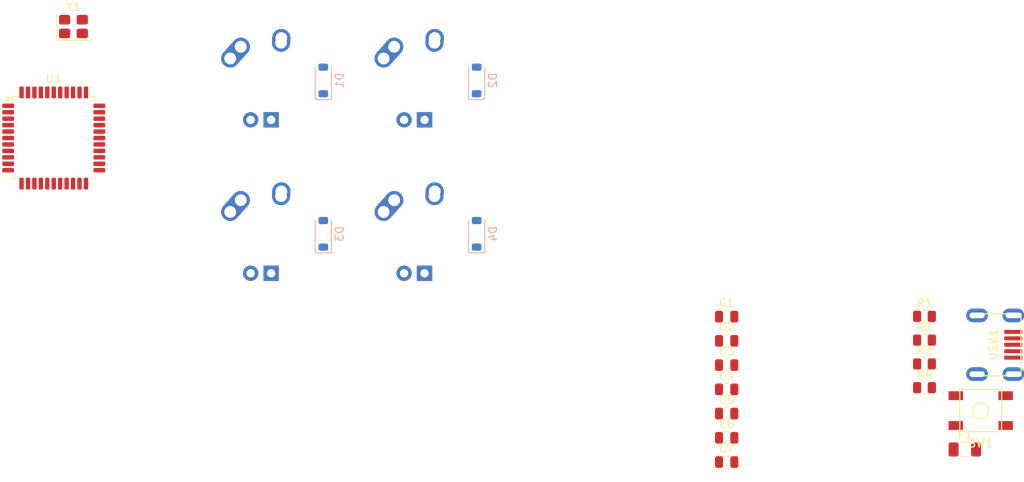
<source format=kicad_pcb>
(kicad_pcb (version 20241229) (generator "pcbnew") (generator_version "9.0")
  (layers (0 "F.Cu" signal) (2 "B.Cu" signal) (13 "F.Paste" user) (15 "B.Paste" user) (5 "F.SilkS" user "F.Silkscreen") (7 "B.SilkS" user "B.Silkscreen") (1 "F.Mask" user) (3 "B.Mask" user) (25 "Edge.Cuts" user))
  (net 0 "")
  (net 1 "Net-(U1-UCAP)")
  (net 2 "GND")
  (net 3 "+5V")
  (net 4 "Net-(U1-XTAL1)")
  (net 5 "Net-(U1-XTAL2)")
  (net 6 "row0")
  (net 7 "Net-(D1-A)")
  (net 8 "Net-(D2-A)")
  (net 9 "row1")
  (net 10 "Net-(D3-A)")
  (net 11 "Net-(D4-A)")
  (net 12 "VCC")
  (net 13 "col0")
  (net 14 "col1")
  (net 15 "Net-(U1-~{HWB}{slash}PE2)")
  (net 16 "Net-(U1-D+)")
  (net 17 "D+")
  (net 18 "Net-(U1-D-)")
  (net 19 "D-")
  (net 20 "Net-(U1-~{RESET})")
  (footprint "Crystal:Crystal_SMD_3225-4Pin_3.2x2.5mm" (layer "F.Cu") (at 35.136 41.06)
    (property "Reference" "Y1" (at 0 -2.45 0) (layer "F.SilkS"))
    (property "Value" "16MHz")
    (fp_line (start -2.06 -1.71) (end -2.06 1.71) (stroke (width 0.12)) (layer "F.SilkS"))
    (fp_line (start -2.06 1.71) (end 2.06 1.71) (stroke (width 0.12)) (layer "F.SilkS"))
    (pad "1" smd roundrect (at -1.1 0.85) (size 1.4 1.2) (layers "F.Cu" "F.Mask" "F.Paste") (roundrect_rratio 0.208333) (net 4 "Net-(U1-XTAL1)"))
    (pad "2" smd roundrect (at 1.1 0.85) (size 1.4 1.2) (layers "F.Cu" "F.Mask" "F.Paste") (roundrect_rratio 0.208333) (net 2 "GND"))
    (pad "3" smd roundrect (at 1.1 -0.85) (size 1.4 1.2) (layers "F.Cu" "F.Mask" "F.Paste") (roundrect_rratio 0.208333) (net 5 "Net-(U1-XTAL2)"))
    (pad "4" smd roundrect (at -1.1 -0.85) (size 1.4 1.2) (layers "F.Cu" "F.Mask" "F.Paste") (roundrect_rratio 0.208333) (net 2 "GND"))
  )
  (footprint "Capacitor_SMD:C_0805_2012Metric" (layer "F.Cu") (at 116.26625 86.11625)
    (property "Reference" "C4" (at 0 -1.68 0) (layer "F.SilkS"))
    (property "Value" "0.1uF")
    (fp_line (start -0.261252 -0.735) (end 0.261252 -0.735) (stroke (width 0.12)) (layer "F.SilkS"))
    (fp_line (start -0.261252 0.735) (end 0.261252 0.735) (stroke (width 0.12)) (layer "F.SilkS"))
    (pad "1" smd roundrect (at -0.95 0) (size 1 1.45) (layers "F.Cu" "F.Mask" "F.Paste") (net 3 "+5V"))
    (pad "2" smd roundrect (at 0.95 0) (size 1 1.45) (layers "F.Cu" "F.Mask" "F.Paste") (net 2 "GND"))
  )
  (footprint "Capacitor_SMD:C_0805_2012Metric" (layer "F.Cu") (at 116.26625 83.10625)
    (property "Reference" "C3" (at 0 -1.68 0) (layer "F.SilkS"))
    (property "Value" "0.1uF")
    (fp_line (start -0.261252 -0.735) (end 0.261252 -0.735) (stroke (width 0.12)) (layer "F.SilkS"))
    (fp_line (start -0.261252 0.735) (end 0.261252 0.735) (stroke (width 0.12)) (layer "F.SilkS"))
    (pad "1" smd roundrect (at -0.95 0) (size 1 1.45) (layers "F.Cu" "F.Mask" "F.Paste") (net 3 "+5V"))
    (pad "2" smd roundrect (at 0.95 0) (size 1 1.45) (layers "F.Cu" "F.Mask" "F.Paste") (net 2 "GND"))
  )
  (footprint "Capacitor_SMD:C_0805_2012Metric" (layer "F.Cu") (at 116.26625 95.14625)
    (property "Reference" "C7" (at 0 -1.68 0) (layer "F.SilkS"))
    (property "Value" "22pF")
    (fp_line (start -0.261252 -0.735) (end 0.261252 -0.735) (stroke (width 0.12)) (layer "F.SilkS"))
    (fp_line (start -0.261252 0.735) (end 0.261252 0.735) (stroke (width 0.12)) (layer "F.SilkS"))
    (pad "1" smd roundrect (at -0.95 0) (size 1 1.45) (layers "F.Cu" "F.Mask" "F.Paste") (net 2 "GND"))
    (pad "2" smd roundrect (at 0.95 0) (size 1 1.45) (layers "F.Cu" "F.Mask" "F.Paste") (net 5 "Net-(U1-XTAL2)"))
  )
  (footprint "Resistor_SMD:R_0805_2012Metric" (layer "F.Cu") (at 140.83625 85.90625)
    (property "Reference" "R4" (at 0 -1.65 0) (layer "F.SilkS"))
    (property "Value" "10k")
    (fp_line (start -0.227064 -0.735) (end 0.227064 -0.735) (stroke (width 0.12)) (layer "F.SilkS"))
    (fp_line (start -0.227064 0.735) (end 0.227064 0.735) (stroke (width 0.12)) (layer "F.SilkS"))
    (pad "1" smd roundrect (at -0.9125 0) (size 1.025 1.4) (layers "F.Cu" "F.Mask" "F.Paste") (roundrect_rratio 0.243902) (net 3 "+5V"))
    (pad "2" smd roundrect (at 0.9125 0) (size 1.025 1.4) (layers "F.Cu" "F.Mask" "F.Paste") (roundrect_rratio 0.243902) (net 20 "Net-(U1-~{RESET})"))
  )
  (footprint "Resistor_SMD:R_0805_2012Metric" (layer "F.Cu") (at 140.83625 80.00625)
    (property "Reference" "R2" (at 0 -1.65 0) (layer "F.SilkS"))
    (property "Value" "22")
    (fp_line (start -0.227064 -0.735) (end 0.227064 -0.735) (stroke (width 0.12)) (layer "F.SilkS"))
    (fp_line (start -0.227064 0.735) (end 0.227064 0.735) (stroke (width 0.12)) (layer "F.SilkS"))
    (pad "1" smd roundrect (at -0.9125 0) (size 1.025 1.4) (layers "F.Cu" "F.Mask" "F.Paste") (roundrect_rratio 0.243902) (net 17 "D+"))
    (pad "2" smd roundrect (at 0.9125 0) (size 1.025 1.4) (layers "F.Cu" "F.Mask" "F.Paste") (roundrect_rratio 0.243902) (net 16 "Net-(U1-D+)"))
  )
  (footprint "Capacitor_SMD:C_0805_2012Metric" (layer "F.Cu") (at 116.26625 92.13625)
    (property "Reference" "C6" (at 0 -1.68 0) (layer "F.SilkS"))
    (property "Value" "22pF")
    (fp_line (start -0.261252 -0.735) (end 0.261252 -0.735) (stroke (width 0.12)) (layer "F.SilkS"))
    (fp_line (start -0.261252 0.735) (end 0.261252 0.735) (stroke (width 0.12)) (layer "F.SilkS"))
    (pad "1" smd roundrect (at -0.95 0) (size 1 1.45) (layers "F.Cu" "F.Mask" "F.Paste") (net 2 "GND"))
    (pad "2" smd roundrect (at 0.95 0) (size 1 1.45) (layers "F.Cu" "F.Mask" "F.Paste") (net 4 "Net-(U1-XTAL1)"))
  )
  (footprint "random-keyboard-parts:Molex-0548190589" (layer "F.Cu") (at 147.36625 80.58125)
    (property "Reference" "USB1" (at 2.032 0 90) (layer "F.SilkS"))
    (property "Value" "Molex-0548190589")
    (fp_line (start 0 -3.85) (end 5.45 -3.85) (stroke (width 0.15)) (layer "F.SilkS"))
    (fp_line (start 0 3.85) (end 5.45 3.85) (stroke (width 0.15)) (layer "F.SilkS"))
    (fp_line (start 5.45 -3.85) (end 5.45 3.85) (stroke (width 0.15)) (layer "F.SilkS"))
    (pad "1" smd rect (at 4.5 1.6) (size 2.25 0.5) (layers "F.Cu" "F.Mask" "F.Paste") (net 2 "GND"))
    (pad "2" smd rect (at 4.5 0.8) (size 2.25 0.5) (layers "F.Cu" "F.Mask" "F.Paste"))
    (pad "3" smd rect (at 4.5 0) (size 2.25 0.5) (layers "F.Cu" "F.Mask" "F.Paste") (net 17 "D+"))
    (pad "4" smd rect (at 4.5 -0.8) (size 2.25 0.5) (layers "F.Cu" "F.Mask" "F.Paste") (net 19 "D-"))
    (pad "5" smd rect (at 4.5 -1.6) (size 2.25 0.5) (layers "F.Cu" "F.Mask" "F.Paste") (net 12 "VCC"))
    (pad "6" thru_hole oval (at 0 -3.65) (size 2.7 1.7) (drill oval 1.9 0.7) (layers "*.Cu" "*.Mask"))
    (pad "6" thru_hole oval (at 0 3.65) (size 2.7 1.7) (drill oval 1.9 0.7) (layers "*.Cu" "*.Mask"))
    (pad "6" thru_hole oval (at 4.5 -3.65) (size 2.7 1.7) (drill oval 1.9 0.7) (layers "*.Cu" "*.Mask"))
    (pad "6" thru_hole oval (at 4.5 3.65) (size 2.7 1.7) (drill oval 1.9 0.7) (layers "*.Cu" "*.Mask"))
  )
  (footprint "Package_QFP:TQFP-44_10x10mm_P0.8mm" (layer "F.Cu") (at 32.6915 54.902)
    (property "Reference" "U1" (at 0 -7.35 0) (layer "F.SilkS"))
    (property "Value" "ATmega32U4-A")
    (fp_line (start -5.11 -5.11) (end -5.11 -4.535) (stroke (width 0.12)) (layer "F.SilkS"))
    (fp_line (start -5.11 5.11) (end -5.11 4.535) (stroke (width 0.12)) (layer "F.SilkS"))
    (fp_line (start -4.535 -5.11) (end -5.11 -5.11) (stroke (width 0.12)) (layer "F.SilkS"))
    (fp_line (start -4.535 5.11) (end -5.11 5.11) (stroke (width 0.12)) (layer "F.SilkS"))
    (fp_line (start 4.535 -5.11) (end 5.11 -5.11) (stroke (width 0.12)) (layer "F.SilkS"))
    (fp_line (start 4.535 5.11) (end 5.11 5.11) (stroke (width 0.12)) (layer "F.SilkS"))
    (fp_line (start 5.11 -5.11) (end 5.11 -4.535) (stroke (width 0.12)) (layer "F.SilkS"))
    (fp_line (start 5.11 5.11) (end 5.11 4.535) (stroke (width 0.12)) (layer "F.SilkS"))
    (fp_poly (pts (xy -5.7 -4.535) (xy -6.04 -5.005) (xy -5.36 -5.005)) (stroke (width 0.12)) (fill yes) (layer "F.SilkS"))
    (pad "1" smd roundrect (at -5.6625 -4) (size 1.475 0.55) (layers "F.Cu" "F.Mask" "F.Paste"))
    (pad "2" smd roundrect (at -5.6625 -3.2) (size 1.475 0.55) (layers "F.Cu" "F.Mask" "F.Paste") (net 3 "+5V"))
    (pad "3" smd roundrect (at -5.6625 -2.4) (size 1.475 0.55) (layers "F.Cu" "F.Mask" "F.Paste") (net 18 "Net-(U1-D-)"))
    (pad "4" smd roundrect (at -5.6625 -1.6) (size 1.475 0.55) (layers "F.Cu" "F.Mask" "F.Paste") (net 16 "Net-(U1-D+)"))
    (pad "5" smd roundrect (at -5.6625 -0.8) (size 1.475 0.55) (layers "F.Cu" "F.Mask" "F.Paste") (net 2 "GND"))
    (pad "6" smd roundrect (at -5.6625 0) (size 1.475 0.55) (layers "F.Cu" "F.Mask" "F.Paste") (net 1 "Net-(U1-UCAP)"))
    (pad "7" smd roundrect (at -5.6625 0.8) (size 1.475 0.55) (layers "F.Cu" "F.Mask" "F.Paste") (net 3 "+5V"))
    (pad "8" smd roundrect (at -5.6625 1.6) (size 1.475 0.55) (layers "F.Cu" "F.Mask" "F.Paste"))
    (pad "9" smd roundrect (at -5.6625 2.4) (size 1.475 0.55) (layers "F.Cu" "F.Mask" "F.Paste"))
    (pad "10" smd roundrect (at -5.6625 3.2) (size 1.475 0.55) (layers "F.Cu" "F.Mask" "F.Paste"))
    (pad "11" smd roundrect (at -5.6625 4) (size 1.475 0.55) (layers "F.Cu" "F.Mask" "F.Paste"))
    (pad "12" smd roundrect (at -4 5.6625) (size 0.55 1.475) (layers "F.Cu" "F.Mask" "F.Paste"))
    (pad "13" smd roundrect (at -3.2 5.6625) (size 0.55 1.475) (layers "F.Cu" "F.Mask" "F.Paste") (net 20 "Net-(U1-~{RESET})"))
    (pad "14" smd roundrect (at -2.4 5.6625) (size 0.55 1.475) (layers "F.Cu" "F.Mask" "F.Paste") (net 3 "+5V"))
    (pad "15" smd roundrect (at -1.6 5.6625) (size 0.55 1.475) (layers "F.Cu" "F.Mask" "F.Paste") (net 2 "GND"))
    (pad "16" smd roundrect (at -0.8 5.6625) (size 0.55 1.475) (layers "F.Cu" "F.Mask" "F.Paste") (net 5 "Net-(U1-XTAL2)"))
    (pad "17" smd roundrect (at 0 5.6625) (size 0.55 1.475) (layers "F.Cu" "F.Mask" "F.Paste") (net 4 "Net-(U1-XTAL1)"))
    (pad "18" smd roundrect (at 0.8 5.6625) (size 0.55 1.475) (layers "F.Cu" "F.Mask" "F.Paste"))
    (pad "19" smd roundrect (at 1.6 5.6625) (size 0.55 1.475) (layers "F.Cu" "F.Mask" "F.Paste"))
    (pad "20" smd roundrect (at 2.4 5.6625) (size 0.55 1.475) (layers "F.Cu" "F.Mask" "F.Paste"))
    (pad "21" smd roundrect (at 3.2 5.6625) (size 0.55 1.475) (layers "F.Cu" "F.Mask" "F.Paste"))
    (pad "22" smd roundrect (at 4 5.6625) (size 0.55 1.475) (layers "F.Cu" "F.Mask" "F.Paste"))
    (pad "23" smd roundrect (at 5.6625 4) (size 1.475 0.55) (layers "F.Cu" "F.Mask" "F.Paste") (net 2 "GND"))
    (pad "24" smd roundrect (at 5.6625 3.2) (size 1.475 0.55) (layers "F.Cu" "F.Mask" "F.Paste") (net 3 "+5V"))
    (pad "25" smd roundrect (at 5.6625 2.4) (size 1.475 0.55) (layers "F.Cu" "F.Mask" "F.Paste"))
    (pad "26" smd roundrect (at 5.6625 1.6) (size 1.475 0.55) (layers "F.Cu" "F.Mask" "F.Paste"))
    (pad "27" smd roundrect (at 5.6625 0.8) (size 1.475 0.55) (layers "F.Cu" "F.Mask" "F.Paste") (net 6 "row0"))
    (pad "28" smd roundrect (at 5.6625 0) (size 1.475 0.55) (layers "F.Cu" "F.Mask" "F.Paste") (net 14 "col1"))
    (pad "29" smd roundrect (at 5.6625 -0.8) (size 1.475 0.55) (layers "F.Cu" "F.Mask" "F.Paste") (net 13 "col0"))
    (pad "30" smd roundrect (at 5.6625 -1.6) (size 1.475 0.55) (layers "F.Cu" "F.Mask" "F.Paste") (net 9 "row1"))
    (pad "31" smd roundrect (at 5.6625 -2.4) (size 1.475 0.55) (layers "F.Cu" "F.Mask" "F.Paste"))
    (pad "32" smd roundrect (at 5.6625 -3.2) (size 1.475 0.55) (layers "F.Cu" "F.Mask" "F.Paste"))
    (pad "33" smd roundrect (at 5.6625 -4) (size 1.475 0.55) (layers "F.Cu" "F.Mask" "F.Paste") (net 15 "Net-(U1-~{HWB}{slash}PE2)"))
    (pad "34" smd roundrect (at 4 -5.6625) (size 0.55 1.475) (layers "F.Cu" "F.Mask" "F.Paste") (net 3 "+5V"))
    (pad "35" smd roundrect (at 3.2 -5.6625) (size 0.55 1.475) (layers "F.Cu" "F.Mask" "F.Paste") (net 2 "GND"))
    (pad "36" smd roundrect (at 2.4 -5.6625) (size 0.55 1.475) (layers "F.Cu" "F.Mask" "F.Paste"))
    (pad "37" smd roundrect (at 1.6 -5.6625) (size 0.55 1.475) (layers "F.Cu" "F.Mask" "F.Paste"))
    (pad "38" smd roundrect (at 0.8 -5.6625) (size 0.55 1.475) (layers "F.Cu" "F.Mask" "F.Paste"))
    (pad "39" smd roundrect (at 0 -5.6625) (size 0.55 1.475) (layers "F.Cu" "F.Mask" "F.Paste"))
    (pad "40" smd roundrect (at -0.8 -5.6625) (size 0.55 1.475) (layers "F.Cu" "F.Mask" "F.Paste"))
    (pad "41" smd roundrect (at -1.6 -5.6625) (size 0.55 1.475) (layers "F.Cu" "F.Mask" "F.Paste"))
    (pad "42" smd roundrect (at -2.4 -5.6625) (size 0.55 1.475) (layers "F.Cu" "F.Mask" "F.Paste"))
    (pad "43" smd roundrect (at -3.2 -5.6625) (size 0.55 1.475) (layers "F.Cu" "F.Mask" "F.Paste") (net 2 "GND"))
    (pad "44" smd roundrect (at -4 -5.6625) (size 0.55 1.475) (layers "F.Cu" "F.Mask" "F.Paste") (net 3 "+5V"))
  )
  (footprint "Resistor_SMD:R_0805_2012Metric" (layer "F.Cu") (at 140.83625 77.05625)
    (property "Reference" "R1" (at 0 -1.65 0) (layer "F.SilkS"))
    (property "Value" "10k")
    (fp_line (start -0.227064 -0.735) (end 0.227064 -0.735) (stroke (width 0.12)) (layer "F.SilkS"))
    (fp_line (start -0.227064 0.735) (end 0.227064 0.735) (stroke (width 0.12)) (layer "F.SilkS"))
    (pad "1" smd roundrect (at -0.9125 0) (size 1.025 1.4) (layers "F.Cu" "F.Mask" "F.Paste") (roundrect_rratio 0.243902) (net 15 "Net-(U1-~{HWB}{slash}PE2)"))
    (pad "2" smd roundrect (at 0.9125 0) (size 1.025 1.4) (layers "F.Cu" "F.Mask" "F.Paste") (roundrect_rratio 0.243902) (net 2 "GND"))
  )
  (footprint "Capacitor_SMD:C_0805_2012Metric" (layer "F.Cu") (at 116.26625 77.08625)
    (property "Reference" "C1" (at 0 -1.68 0) (layer "F.SilkS"))
    (property "Value" "1uF")
    (fp_line (start -0.261252 -0.735) (end 0.261252 -0.735) (stroke (width 0.12)) (layer "F.SilkS"))
    (fp_line (start -0.261252 0.735) (end 0.261252 0.735) (stroke (width 0.12)) (layer "F.SilkS"))
    (pad "1" smd roundrect (at -0.95 0) (size 1 1.45) (layers "F.Cu" "F.Mask" "F.Paste") (net 1 "Net-(U1-UCAP)"))
    (pad "2" smd roundrect (at 0.95 0) (size 1 1.45) (layers "F.Cu" "F.Mask" "F.Paste") (net 2 "GND"))
  )
  (footprint "MX_Alps_Hybrid:MX-1U" (layer "F.Cu") (at 58.42 47.57)
    (property "Reference" "MX1")
    (property "Value" "MX-NoLED")
    (pad "" np_thru_hole circle (at -5.08 0 48.0996) (size 1.75 1.75) (drill 1.75) (layers "*.Cu" "*.Mask"))
    (pad "" np_thru_hole circle (at 0 0) (size 3.9878 3.9878) (drill 3.9878) (layers "*.Cu" "*.Mask"))
    (pad "" np_thru_hole circle (at 5.08 0 48.0996) (size 1.75 1.75) (drill 1.75) (layers "*.Cu" "*.Mask"))
    (pad "1" thru_hole oval (at -3.81 -2.54 48.0996) (size 4.211556 2.25) (drill 1.47 (offset 0.980778 0)) (layers "*.Cu" "B.Mask") (net 13 "col0"))
    (pad "1" thru_hole circle (at -2.5 -4) (size 2.25 2.25) (drill 1.47) (layers "*.Cu" "B.Mask") (net 13 "col0"))
    (pad "2" thru_hole oval (at 2.5 -4.5 86.0548) (size 2.831378 2.25) (drill 1.47 (offset 0.290689 0)) (layers "*.Cu" "B.Mask") (net 7 "Net-(D1-A)"))
    (pad "2" thru_hole circle (at 2.54 -5.08) (size 2.25 2.25) (drill 1.47) (layers "*.Cu" "B.Mask") (net 7 "Net-(D1-A)"))
    (pad "3" thru_hole circle (at -1.27 5.08) (size 1.905 1.905) (drill 1.04) (layers "*.Cu" "B.Mask"))
    (pad "4" thru_hole rect (at 1.27 5.08) (size 1.905 1.905) (drill 1.04) (layers "*.Cu" "B.Mask"))
  )
  (footprint "MX_Alps_Hybrid:MX-1U" (layer "F.Cu") (at 77.47 47.57)
    (property "Reference" "MX2")
    (property "Value" "MX-NoLED")
    (pad "" np_thru_hole circle (at -5.08 0 48.0996) (size 1.75 1.75) (drill 1.75) (layers "*.Cu" "*.Mask"))
    (pad "" np_thru_hole circle (at 0 0) (size 3.9878 3.9878) (drill 3.9878) (layers "*.Cu" "*.Mask"))
    (pad "" np_thru_hole circle (at 5.08 0 48.0996) (size 1.75 1.75) (drill 1.75) (layers "*.Cu" "*.Mask"))
    (pad "1" thru_hole oval (at -3.81 -2.54 48.0996) (size 4.211556 2.25) (drill 1.47 (offset 0.980778 0)) (layers "*.Cu" "B.Mask") (net 14 "col1"))
    (pad "1" thru_hole circle (at -2.5 -4) (size 2.25 2.25) (drill 1.47) (layers "*.Cu" "B.Mask") (net 14 "col1"))
    (pad "2" thru_hole oval (at 2.5 -4.5 86.0548) (size 2.831378 2.25) (drill 1.47 (offset 0.290689 0)) (layers "*.Cu" "B.Mask") (net 8 "Net-(D2-A)"))
    (pad "2" thru_hole circle (at 2.54 -5.08) (size 2.25 2.25) (drill 1.47) (layers "*.Cu" "B.Mask") (net 8 "Net-(D2-A)"))
    (pad "3" thru_hole circle (at -1.27 5.08) (size 1.905 1.905) (drill 1.04) (layers "*.Cu" "B.Mask"))
    (pad "4" thru_hole rect (at 1.27 5.08) (size 1.905 1.905) (drill 1.04) (layers "*.Cu" "B.Mask"))
  )
  (footprint "Capacitor_SMD:C_0805_2012Metric" (layer "F.Cu") (at 116.26625 89.12625)
    (property "Reference" "C5" (at 0 -1.68 0) (layer "F.SilkS"))
    (property "Value" "10uF")
    (fp_line (start -0.261252 -0.735) (end 0.261252 -0.735) (stroke (width 0.12)) (layer "F.SilkS"))
    (fp_line (start -0.261252 0.735) (end 0.261252 0.735) (stroke (width 0.12)) (layer "F.SilkS"))
    (pad "1" smd roundrect (at -0.95 0) (size 1 1.45) (layers "F.Cu" "F.Mask" "F.Paste") (net 3 "+5V"))
    (pad "2" smd roundrect (at 0.95 0) (size 1 1.45) (layers "F.Cu" "F.Mask" "F.Paste") (net 2 "GND"))
  )
  (footprint "MX_Alps_Hybrid:MX-1U" (layer "F.Cu") (at 58.42 66.62)
    (property "Reference" "MX3")
    (property "Value" "MX-NoLED")
    (pad "" np_thru_hole circle (at -5.08 0 48.0996) (size 1.75 1.75) (drill 1.75) (layers "*.Cu" "*.Mask"))
    (pad "" np_thru_hole circle (at 0 0) (size 3.9878 3.9878) (drill 3.9878) (layers "*.Cu" "*.Mask"))
    (pad "" np_thru_hole circle (at 5.08 0 48.0996) (size 1.75 1.75) (drill 1.75) (layers "*.Cu" "*.Mask"))
    (pad "1" thru_hole oval (at -3.81 -2.54 48.0996) (size 4.211556 2.25) (drill 1.47 (offset 0.980778 0)) (layers "*.Cu" "B.Mask") (net 13 "col0"))
    (pad "1" thru_hole circle (at -2.5 -4) (size 2.25 2.25) (drill 1.47) (layers "*.Cu" "B.Mask") (net 13 "col0"))
    (pad "2" thru_hole oval (at 2.5 -4.5 86.0548) (size 2.831378 2.25) (drill 1.47 (offset 0.290689 0)) (layers "*.Cu" "B.Mask") (net 10 "Net-(D3-A)"))
    (pad "2" thru_hole circle (at 2.54 -5.08) (size 2.25 2.25) (drill 1.47) (layers "*.Cu" "B.Mask") (net 10 "Net-(D3-A)"))
    (pad "3" thru_hole circle (at -1.27 5.08) (size 1.905 1.905) (drill 1.04) (layers "*.Cu" "B.Mask"))
    (pad "4" thru_hole rect (at 1.27 5.08) (size 1.905 1.905) (drill 1.04) (layers "*.Cu" "B.Mask"))
  )
  (footprint "Capacitor_SMD:C_0805_2012Metric" (layer "F.Cu") (at 116.26625 80.09625)
    (property "Reference" "C2" (at 0 -1.68 0) (layer "F.SilkS"))
    (property "Value" "0.1uF")
    (fp_line (start -0.261252 -0.735) (end 0.261252 -0.735) (stroke (width 0.12)) (layer "F.SilkS"))
    (fp_line (start -0.261252 0.735) (end 0.261252 0.735) (stroke (width 0.12)) (layer "F.SilkS"))
    (pad "1" smd roundrect (at -0.95 0) (size 1 1.45) (layers "F.Cu" "F.Mask" "F.Paste") (net 3 "+5V"))
    (pad "2" smd roundrect (at 0.95 0) (size 1 1.45) (layers "F.Cu" "F.Mask" "F.Paste") (net 2 "GND"))
  )
  (footprint "Resistor_SMD:R_0805_2012Metric" (layer "F.Cu") (at 140.83625 82.95625)
    (property "Reference" "R3" (at 0 -1.65 0) (layer "F.SilkS"))
    (property "Value" "22")
    (fp_line (start -0.227064 -0.735) (end 0.227064 -0.735) (stroke (width 0.12)) (layer "F.SilkS"))
    (fp_line (start -0.227064 0.735) (end 0.227064 0.735) (stroke (width 0.12)) (layer "F.SilkS"))
    (pad "1" smd roundrect (at -0.9125 0) (size 1.025 1.4) (layers "F.Cu" "F.Mask" "F.Paste") (roundrect_rratio 0.243902) (net 19 "D-"))
    (pad "2" smd roundrect (at 0.9125 0) (size 1.025 1.4) (layers "F.Cu" "F.Mask" "F.Paste") (roundrect_rratio 0.243902) (net 18 "Net-(U1-D-)"))
  )
  (footprint "random-keyboard-parts:SKQG-1155865" (layer "F.Cu") (at 147.81625 88.75625)
    (property "Reference" "SW1" (at 0 4.064 0) (layer "F.SilkS"))
    (property "Value" "SW_Push")
    (fp_line (start -2.6 -2.6) (end 2.6 -2.6) (stroke (width 0.15)) (layer "F.SilkS"))
    (fp_line (start -2.6 2.6) (end -2.6 -2.6) (stroke (width 0.15)) (layer "F.SilkS"))
    (fp_line (start 2.6 -2.6) (end 2.6 2.6) (stroke (width 0.15)) (layer "F.SilkS"))
    (fp_line (start 2.6 2.6) (end -2.6 2.6) (stroke (width 0.15)) (layer "F.SilkS"))
    (fp_circle (center 0 0) (end 1 0) (stroke (width 0.15)) (fill no) (layer "F.SilkS"))
    (pad "1" smd rect (at 3.1 1.85) (size 1.8 1.1) (layers "F.Cu" "F.Mask" "F.Paste") (net 2 "GND"))
    (pad "2" smd rect (at -3.1 -1.85) (size 1.8 1.1) (layers "F.Cu" "F.Mask" "F.Paste") (net 20 "Net-(U1-~{RESET})"))
    (pad "3" smd rect (at 3.1 -1.85) (size 1.8 1.1) (layers "F.Cu" "F.Mask" "F.Paste"))
    (pad "4" smd rect (at -3.1 1.85) (size 1.8 1.1) (layers "F.Cu" "F.Mask" "F.Paste"))
  )
  (footprint "MX_Alps_Hybrid:MX-1U" (layer "F.Cu") (at 77.47 66.62)
    (property "Reference" "MX4")
    (property "Value" "MX-NoLED")
    (pad "" np_thru_hole circle (at -5.08 0 48.0996) (size 1.75 1.75) (drill 1.75) (layers "*.Cu" "*.Mask"))
    (pad "" np_thru_hole circle (at 0 0) (size 3.9878 3.9878) (drill 3.9878) (layers "*.Cu" "*.Mask"))
    (pad "" np_thru_hole circle (at 5.08 0 48.0996) (size 1.75 1.75) (drill 1.75) (layers "*.Cu" "*.Mask"))
    (pad "1" thru_hole oval (at -3.81 -2.54 48.0996) (size 4.211556 2.25) (drill 1.47 (offset 0.980778 0)) (layers "*.Cu" "B.Mask") (net 14 "col1"))
    (pad "1" thru_hole circle (at -2.5 -4) (size 2.25 2.25) (drill 1.47) (layers "*.Cu" "B.Mask") (net 14 "col1"))
    (pad "2" thru_hole oval (at 2.5 -4.5 86.0548) (size 2.831378 2.25) (drill 1.47 (offset 0.290689 0)) (layers "*.Cu" "B.Mask") (net 11 "Net-(D4-A)"))
    (pad "2" thru_hole circle (at 2.54 -5.08) (size 2.25 2.25) (drill 1.47) (layers "*.Cu" "B.Mask") (net 11 "Net-(D4-A)"))
    (pad "3" thru_hole circle (at -1.27 5.08) (size 1.905 1.905) (drill 1.04) (layers "*.Cu" "B.Mask"))
    (pad "4" thru_hole rect (at 1.27 5.08) (size 1.905 1.905) (drill 1.04) (layers "*.Cu" "B.Mask"))
  )
  (footprint "Fuse:Fuse_1206_3216Metric" (layer "F.Cu") (at 145.84625 93.58625)
    (property "Reference" "F1" (at 0 -1.83 0) (layer "F.SilkS"))
    (property "Value" "500mA")
    (fp_line (start -0.602064 -0.91) (end 0.602064 -0.91) (stroke (width 0.12)) (layer "F.SilkS"))
    (fp_line (start -0.602064 0.91) (end 0.602064 0.91) (stroke (width 0.12)) (layer "F.SilkS"))
    (pad "1" smd roundrect (at -1.4 0) (size 1.25 1.75) (layers "F.Cu" "F.Mask" "F.Paste") (roundrect_rratio 0.2) (net 12 "VCC"))
    (pad "2" smd roundrect (at 1.4 0) (size 1.25 1.75) (layers "F.Cu" "F.Mask" "F.Paste") (roundrect_rratio 0.2) (net 3 "+5V"))
  )
  (footprint "Diode_SMD:D_SOD-123" (layer "B.Cu") (at 66.167 66.802 90)
    (property "Reference" "D3" (at 0 2 90) (layer "B.SilkS") (effects (justify mirror)))
    (property "Value" "1N4148W")
    (fp_line (start -2.36 -1) (end 1.65 -1) (stroke (width 0.12)) (layer "B.SilkS"))
    (fp_line (start -2.36 1) (end -2.36 -1) (stroke (width 0.12)) (layer "B.SilkS"))
    (fp_line (start -2.36 1) (end 1.65 1) (stroke (width 0.12)) (layer "B.SilkS"))
    (pad "1" smd roundrect (at -1.65 0 90) (size 0.9 1.2) (layers "B.Cu" "B.Mask" "B.Paste") (net 9 "row1"))
    (pad "2" smd roundrect (at 1.65 0 90) (size 0.9 1.2) (layers "B.Cu" "B.Mask" "B.Paste") (net 10 "Net-(D3-A)"))
  )
  (footprint "Diode_SMD:D_SOD-123" (layer "B.Cu") (at 85.217 47.752 90)
    (property "Reference" "D2" (at 0 2 90) (layer "B.SilkS") (effects (justify mirror)))
    (property "Value" "1N4148W")
    (fp_line (start -2.36 -1) (end 1.65 -1) (stroke (width 0.12)) (layer "B.SilkS"))
    (fp_line (start -2.36 1) (end -2.36 -1) (stroke (width 0.12)) (layer "B.SilkS"))
    (fp_line (start -2.36 1) (end 1.65 1) (stroke (width 0.12)) (layer "B.SilkS"))
    (pad "1" smd roundrect (at -1.65 0 90) (size 0.9 1.2) (layers "B.Cu" "B.Mask" "B.Paste") (net 6 "row0"))
    (pad "2" smd roundrect (at 1.65 0 90) (size 0.9 1.2) (layers "B.Cu" "B.Mask" "B.Paste") (net 8 "Net-(D2-A)"))
  )
  (footprint "Diode_SMD:D_SOD-123" (layer "B.Cu") (at 85.217 66.802 90)
    (property "Reference" "D4" (at 0 2 90) (layer "B.SilkS") (effects (justify mirror)))
    (property "Value" "1N4148W")
    (fp_line (start -2.36 -1) (end 1.65 -1) (stroke (width 0.12)) (layer "B.SilkS"))
    (fp_line (start -2.36 1) (end -2.36 -1) (stroke (width 0.12)) (layer "B.SilkS"))
    (fp_line (start -2.36 1) (end 1.65 1) (stroke (width 0.12)) (layer "B.SilkS"))
    (pad "1" smd roundrect (at -1.65 0 90) (size 0.9 1.2) (layers "B.Cu" "B.Mask" "B.Paste") (net 9 "row1"))
    (pad "2" smd roundrect (at 1.65 0 90) (size 0.9 1.2) (layers "B.Cu" "B.Mask" "B.Paste") (net 11 "Net-(D4-A)"))
  )
  (footprint "Diode_SMD:D_SOD-123" (layer "B.Cu") (at 66.167 47.752 90)
    (property "Reference" "D1" (at 0 2 90) (layer "B.SilkS") (effects (justify mirror)))
    (property "Value" "1N4148W")
    (fp_line (start -2.36 -1) (end 1.65 -1) (stroke (width 0.12)) (layer "B.SilkS"))
    (fp_line (start -2.36 1) (end -2.36 -1) (stroke (width 0.12)) (layer "B.SilkS"))
    (fp_line (start -2.36 1) (end 1.65 1) (stroke (width 0.12)) (layer "B.SilkS"))
    (pad "1" smd roundrect (at -1.65 0 90) (size 0.9 1.2) (layers "B.Cu" "B.Mask" "B.Paste") (net 6 "row0"))
    (pad "2" smd roundrect (at 1.65 0 90) (size 0.9 1.2) (layers "B.Cu" "B.Mask" "B.Paste") (net 7 "Net-(D1-A)"))
  )
)
</source>
